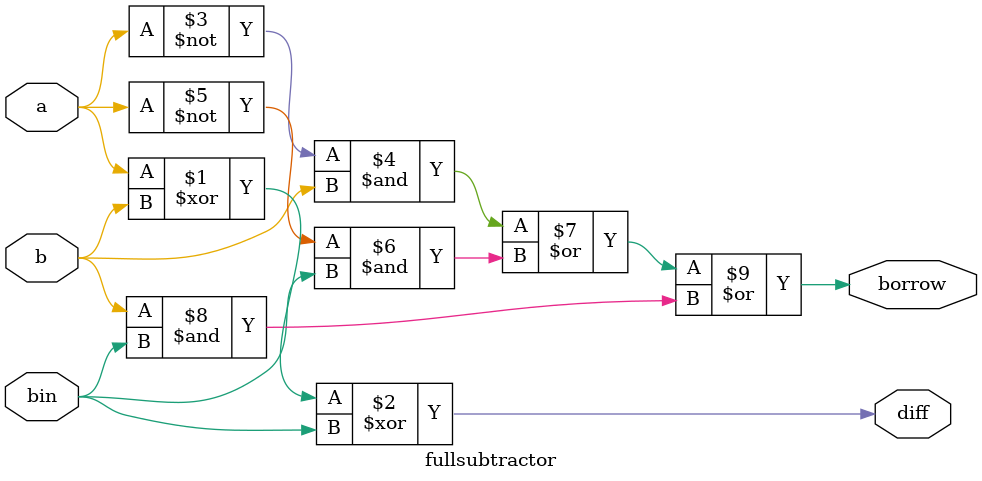
<source format=v>
module fullsubtractor (a,b,bin,diff,borrow);
  input a,b,bin;
  output diff,borrow;
  assign diff=a^b^bin;
  assign borrow=~a&b|~a&bin|b&bin;
 endmodule

</source>
